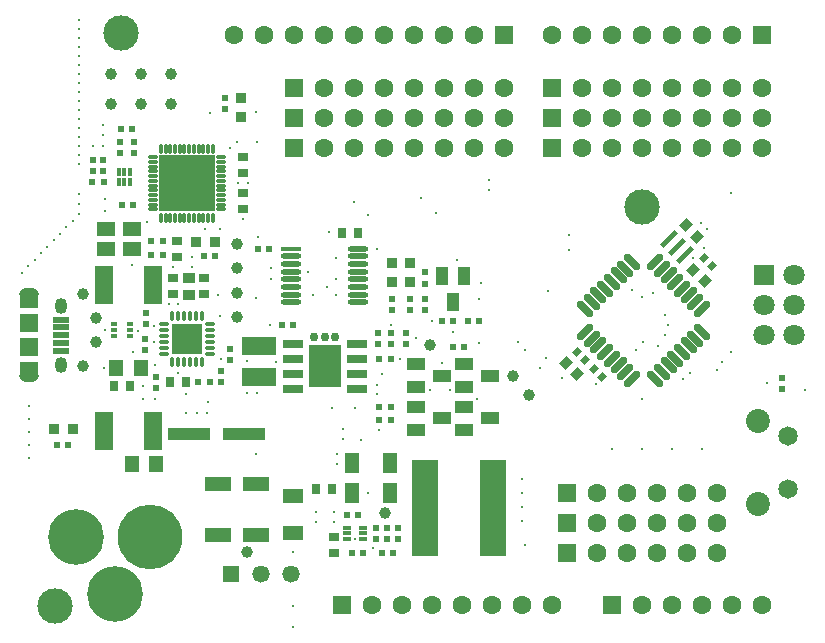
<source format=gts>
G04 Layer_Color=8388736*
%FSLAX44Y44*%
%MOMM*%
G71*
G01*
G75*
%ADD99R,0.6000X0.5500*%
%ADD100R,0.5500X0.6000*%
%ADD101R,1.3000X1.7000*%
%ADD102R,1.7000X1.3000*%
%ADD103R,0.9000X0.7500*%
%ADD104C,3.0000*%
G04:AMPARAMS|DCode=105|XSize=0.75mm|YSize=0.9mm|CornerRadius=0mm|HoleSize=0mm|Usage=FLASHONLY|Rotation=135.000|XOffset=0mm|YOffset=0mm|HoleType=Round|Shape=Rectangle|*
%AMROTATEDRECTD105*
4,1,4,0.5834,0.0530,-0.0530,-0.5834,-0.5834,-0.0530,0.0530,0.5834,0.5834,0.0530,0.0*
%
%ADD105ROTATEDRECTD105*%

G04:AMPARAMS|DCode=106|XSize=0.55mm|YSize=0.6mm|CornerRadius=0mm|HoleSize=0mm|Usage=FLASHONLY|Rotation=135.000|XOffset=0mm|YOffset=0mm|HoleType=Round|Shape=Rectangle|*
%AMROTATEDRECTD106*
4,1,4,0.4066,0.0177,-0.0177,-0.4066,-0.4066,-0.0177,0.0177,0.4066,0.4066,0.0177,0.0*
%
%ADD106ROTATEDRECTD106*%

%ADD107R,0.7500X0.9000*%
%ADD108R,1.1000X1.5000*%
%ADD109R,0.9000X0.9000*%
%ADD110R,1.5000X1.1000*%
%ADD111R,1.6000X3.3000*%
%ADD112R,0.9000X0.9000*%
%ADD113R,2.2000X1.3000*%
%ADD114R,1.5000X1.3000*%
%ADD115R,0.3500X0.6500*%
%ADD116R,1.2000X1.3500*%
%ADD117R,2.9000X1.5000*%
%ADD118R,3.6000X1.1000*%
%ADD119R,1.0000X0.9000*%
%ADD120R,4.7200X4.7200*%
%ADD121O,0.3200X0.9700*%
%ADD122O,0.9700X0.3200*%
%ADD123R,2.6500X2.6500*%
%ADD124O,0.3500X0.9000*%
%ADD125O,0.9000X0.3500*%
G04:AMPARAMS|DCode=126|XSize=0.4mm|YSize=1.7mm|CornerRadius=0mm|HoleSize=0mm|Usage=FLASHONLY|Rotation=315.000|XOffset=0mm|YOffset=0mm|HoleType=Round|Shape=Rectangle|*
%AMROTATEDRECTD126*
4,1,4,-0.7425,-0.4596,0.4596,0.7425,0.7425,0.4596,-0.4596,-0.7425,-0.7425,-0.4596,0.0*
%
%ADD126ROTATEDRECTD126*%

%ADD127R,2.7200X3.6100*%
%ADD128R,1.7000X0.7100*%
%ADD129R,0.6000X0.4000*%
%ADD130R,0.7000X0.4000*%
%ADD131R,2.3000X8.1000*%
G04:AMPARAMS|DCode=132|XSize=0.65mm|YSize=1.75mm|CornerRadius=0mm|HoleSize=0mm|Usage=FLASHONLY|Rotation=315.000|XOffset=0mm|YOffset=0mm|HoleType=Round|Shape=Round|*
%AMOVALD132*
21,1,1.1000,0.6500,0.0000,0.0000,45.0*
1,1,0.6500,-0.3889,-0.3889*
1,1,0.6500,0.3889,0.3889*
%
%ADD132OVALD132*%

G04:AMPARAMS|DCode=133|XSize=0.65mm|YSize=1.75mm|CornerRadius=0mm|HoleSize=0mm|Usage=FLASHONLY|Rotation=225.000|XOffset=0mm|YOffset=0mm|HoleType=Round|Shape=Round|*
%AMOVALD133*
21,1,1.1000,0.6500,0.0000,0.0000,315.0*
1,1,0.6500,-0.3889,0.3889*
1,1,0.6500,0.3889,-0.3889*
%
%ADD133OVALD133*%

%ADD134O,1.8000X0.4500*%
%ADD135R,1.8000X0.4500*%
%ADD136R,1.4500X0.5000*%
%ADD137R,1.6500X1.3000*%
%ADD138R,1.6500X1.6000*%
%ADD139C,0.1000*%
%ADD140C,0.9800*%
%ADD141C,1.6000*%
%ADD142R,1.6000X1.6000*%
%ADD143C,1.8000*%
%ADD144R,1.8000X1.8000*%
%ADD145C,4.7200*%
%ADD146C,5.4800*%
%ADD147C,1.4700*%
%ADD148R,1.4700X1.4700*%
%ADD149C,1.6400*%
%ADD150C,2.0300*%
%ADD151O,1.6500X1.0000*%
%ADD152O,1.0500X1.3500*%
%ADD153C,0.2000*%
%ADD154C,0.3000*%
%ADD155C,0.6500*%
%ADD156C,0.7500*%
D99*
X349843Y297750D02*
D03*
Y307250D02*
D03*
X308006Y91193D02*
D03*
Y81693D02*
D03*
X77000Y402500D02*
D03*
Y393000D02*
D03*
X103000Y408500D02*
D03*
Y418000D02*
D03*
X121750Y218750D02*
D03*
Y209250D02*
D03*
X113000Y263250D02*
D03*
Y272750D02*
D03*
X112250Y251250D02*
D03*
Y241750D02*
D03*
X349843Y285000D02*
D03*
Y275500D02*
D03*
X180250Y455250D02*
D03*
Y445750D02*
D03*
X321305Y285000D02*
D03*
Y275500D02*
D03*
X336500Y285000D02*
D03*
Y275500D02*
D03*
X317142Y81693D02*
D03*
Y91193D02*
D03*
X651750Y218250D02*
D03*
Y208750D02*
D03*
X91000Y408500D02*
D03*
Y418000D02*
D03*
X68000Y393000D02*
D03*
Y402500D02*
D03*
X309250Y246750D02*
D03*
Y256250D02*
D03*
X321000D02*
D03*
Y246750D02*
D03*
X333000Y256250D02*
D03*
Y246750D02*
D03*
X184700Y242550D02*
D03*
Y233050D02*
D03*
X326278Y81693D02*
D03*
Y91193D02*
D03*
X177100Y214300D02*
D03*
Y223800D02*
D03*
D100*
X373357Y266500D02*
D03*
X363857D02*
D03*
X38033Y161178D02*
D03*
X47533D02*
D03*
X322426Y70083D02*
D03*
X312926D02*
D03*
X127250Y333750D02*
D03*
X117750D02*
D03*
X167000Y214300D02*
D03*
X157500D02*
D03*
X385464Y266500D02*
D03*
X394964D02*
D03*
X320250Y182000D02*
D03*
X310750D02*
D03*
X102250Y364750D02*
D03*
X92750D02*
D03*
X127250Y321750D02*
D03*
X117750D02*
D03*
X287250Y69750D02*
D03*
X296750D02*
D03*
X283250Y102250D02*
D03*
X292750D02*
D03*
X208250Y327500D02*
D03*
X217750D02*
D03*
X310750Y193500D02*
D03*
X320250D02*
D03*
X162250Y321000D02*
D03*
X171750D02*
D03*
X101750Y428750D02*
D03*
X92250D02*
D03*
X67750Y384000D02*
D03*
X77250D02*
D03*
X310750Y234100D02*
D03*
X320250D02*
D03*
X228050Y262400D02*
D03*
X237550D02*
D03*
X382750Y243900D02*
D03*
X373250D02*
D03*
D101*
X319500Y146250D02*
D03*
X287500D02*
D03*
X319500Y120191D02*
D03*
X287500D02*
D03*
D102*
X237400Y118300D02*
D03*
Y86300D02*
D03*
D103*
X272500Y83500D02*
D03*
Y70000D02*
D03*
X136250Y302250D02*
D03*
Y288750D02*
D03*
X139500Y333500D02*
D03*
Y320000D02*
D03*
X195250Y405000D02*
D03*
Y391500D02*
D03*
X162250Y288750D02*
D03*
Y302250D02*
D03*
X195250Y361000D02*
D03*
Y374500D02*
D03*
D104*
X533500Y363000D02*
D03*
X36000Y25250D02*
D03*
X92250Y510000D02*
D03*
D105*
X468977Y230523D02*
D03*
X478523Y220977D02*
D03*
X586091Y299805D02*
D03*
X576545Y309351D02*
D03*
X570477Y347023D02*
D03*
X580023Y337477D02*
D03*
D106*
X478391Y239609D02*
D03*
X485109Y232891D02*
D03*
X592359Y312391D02*
D03*
X585641Y319109D02*
D03*
X492891Y225109D02*
D03*
X499609Y218391D02*
D03*
D107*
X133750Y214300D02*
D03*
X147250D02*
D03*
X293000Y341000D02*
D03*
X279500D02*
D03*
X86250Y211000D02*
D03*
X99750D02*
D03*
X271000Y124000D02*
D03*
X257500D02*
D03*
D108*
X373357Y282098D02*
D03*
X363857Y304098D02*
D03*
X382857D02*
D03*
D109*
X193750Y455250D02*
D03*
Y439250D02*
D03*
X321305Y315390D02*
D03*
Y299390D02*
D03*
X336545Y315390D02*
D03*
Y299390D02*
D03*
D110*
X382750Y193250D02*
D03*
Y174250D02*
D03*
X404750Y183750D02*
D03*
X382750Y229500D02*
D03*
Y210500D02*
D03*
X404750Y220000D02*
D03*
X341500Y229500D02*
D03*
Y210500D02*
D03*
X363500Y220000D02*
D03*
Y183750D02*
D03*
X341500Y174250D02*
D03*
Y193250D02*
D03*
D111*
X119250Y296500D02*
D03*
X77250D02*
D03*
Y172800D02*
D03*
X119250D02*
D03*
D112*
X155750Y332750D02*
D03*
X171750D02*
D03*
X51324Y174485D02*
D03*
X35324D02*
D03*
D113*
X206400Y128550D02*
D03*
Y84550D02*
D03*
X174150Y128550D02*
D03*
Y84550D02*
D03*
D114*
X101000Y327250D02*
D03*
X79000D02*
D03*
Y344250D02*
D03*
X101000D02*
D03*
D115*
X90000Y392250D02*
D03*
X95000D02*
D03*
X100000D02*
D03*
Y383750D02*
D03*
X95000D02*
D03*
X90000D02*
D03*
D116*
X109000Y226750D02*
D03*
X88000D02*
D03*
X101000Y145200D02*
D03*
X122000D02*
D03*
D117*
X208832Y218827D02*
D03*
Y244827D02*
D03*
D118*
X195800Y170800D02*
D03*
X149800D02*
D03*
D119*
X149250Y288500D02*
D03*
Y302500D02*
D03*
D120*
X147750Y382750D02*
D03*
D121*
X169750Y353750D02*
D03*
X165750D02*
D03*
X161750D02*
D03*
X157750D02*
D03*
X153750D02*
D03*
X149750D02*
D03*
X145750D02*
D03*
X141750D02*
D03*
X137750D02*
D03*
X133750D02*
D03*
X129750D02*
D03*
X125750D02*
D03*
Y411750D02*
D03*
X129750D02*
D03*
X133750D02*
D03*
X137750D02*
D03*
X141750D02*
D03*
X145750D02*
D03*
X149750D02*
D03*
X153750D02*
D03*
X157750D02*
D03*
X161750D02*
D03*
X165750D02*
D03*
X169750D02*
D03*
D122*
X118750Y360750D02*
D03*
Y364750D02*
D03*
Y368750D02*
D03*
Y372750D02*
D03*
Y376750D02*
D03*
Y380750D02*
D03*
Y384750D02*
D03*
Y388750D02*
D03*
Y392750D02*
D03*
Y396750D02*
D03*
Y400750D02*
D03*
Y404750D02*
D03*
X176750D02*
D03*
Y400750D02*
D03*
Y396750D02*
D03*
Y392750D02*
D03*
Y388750D02*
D03*
Y384750D02*
D03*
Y380750D02*
D03*
Y376750D02*
D03*
Y372750D02*
D03*
Y368750D02*
D03*
Y364750D02*
D03*
Y360750D02*
D03*
D123*
X147750Y251000D02*
D03*
D124*
X135250Y270500D02*
D03*
X140250D02*
D03*
X145250D02*
D03*
X150250D02*
D03*
X155250D02*
D03*
X160250D02*
D03*
Y231500D02*
D03*
X155250D02*
D03*
X150250D02*
D03*
X145250D02*
D03*
X140250D02*
D03*
X135250D02*
D03*
D125*
X167250Y263500D02*
D03*
Y258500D02*
D03*
Y253500D02*
D03*
Y248500D02*
D03*
Y243500D02*
D03*
Y238500D02*
D03*
X128250D02*
D03*
Y243500D02*
D03*
Y248500D02*
D03*
Y253500D02*
D03*
Y258500D02*
D03*
Y263500D02*
D03*
D126*
X555783Y335718D02*
D03*
X569217Y322282D02*
D03*
X562500Y329000D02*
D03*
D127*
X264530Y227750D02*
D03*
D128*
X291530Y208700D02*
D03*
Y221400D02*
D03*
Y234100D02*
D03*
Y246800D02*
D03*
X237530Y208700D02*
D03*
Y221400D02*
D03*
Y234100D02*
D03*
Y246800D02*
D03*
D129*
X85750Y253500D02*
D03*
Y258500D02*
D03*
Y263500D02*
D03*
X99750D02*
D03*
Y258500D02*
D03*
Y253500D02*
D03*
D130*
X297000Y91250D02*
D03*
Y86250D02*
D03*
Y81250D02*
D03*
X283000D02*
D03*
Y86250D02*
D03*
Y91250D02*
D03*
D131*
X406700Y107800D02*
D03*
X349700D02*
D03*
D132*
X583976Y276661D02*
D03*
X578319Y282318D02*
D03*
X572663Y287975D02*
D03*
X567006Y293632D02*
D03*
X561349Y299289D02*
D03*
X555692Y304945D02*
D03*
X550035Y310602D02*
D03*
X544378Y316259D02*
D03*
X484981Y256862D02*
D03*
X490638Y251205D02*
D03*
X496295Y245548D02*
D03*
X501952Y239891D02*
D03*
X507609Y234235D02*
D03*
X513266Y228578D02*
D03*
X518922Y222921D02*
D03*
X524579Y217264D02*
D03*
D133*
Y316259D02*
D03*
X518922Y310602D02*
D03*
X513266Y304945D02*
D03*
X507609Y299289D02*
D03*
X501952Y293632D02*
D03*
X496295Y287975D02*
D03*
X490638Y282318D02*
D03*
X484981Y276661D02*
D03*
X544378Y217264D02*
D03*
X550035Y222921D02*
D03*
X555692Y228578D02*
D03*
X561349Y234235D02*
D03*
X567006Y239891D02*
D03*
X572663Y245548D02*
D03*
X578319Y251205D02*
D03*
X583976Y256862D02*
D03*
D134*
X293000Y282000D02*
D03*
Y288500D02*
D03*
Y295000D02*
D03*
Y301500D02*
D03*
Y308000D02*
D03*
Y314500D02*
D03*
Y321000D02*
D03*
Y327500D02*
D03*
X236000Y282000D02*
D03*
Y288500D02*
D03*
Y295000D02*
D03*
Y301500D02*
D03*
Y308000D02*
D03*
Y314500D02*
D03*
Y321000D02*
D03*
D135*
Y327500D02*
D03*
D136*
X41500Y241170D02*
D03*
Y247670D02*
D03*
Y254170D02*
D03*
Y260670D02*
D03*
Y267170D02*
D03*
D137*
X14500Y225170D02*
D03*
Y283170D02*
D03*
D138*
Y244170D02*
D03*
Y264170D02*
D03*
D139*
X242900Y366700D02*
D03*
X442900D02*
D03*
Y166700D02*
D03*
X242900D02*
D03*
X152400Y508000D02*
D03*
X660400Y355600D02*
D03*
Y76200D02*
D03*
X139700Y25400D02*
D03*
D140*
X315900Y103500D02*
D03*
X423800Y220000D02*
D03*
X437267Y203893D02*
D03*
X190250Y331250D02*
D03*
X59750Y227750D02*
D03*
X71250Y248250D02*
D03*
Y268750D02*
D03*
X59750Y289250D02*
D03*
X190250Y290250D02*
D03*
Y310750D02*
D03*
X198750Y71000D02*
D03*
X190250Y269750D02*
D03*
X134550Y449850D02*
D03*
X109150D02*
D03*
X134550Y475250D02*
D03*
X109150D02*
D03*
X83750D02*
D03*
X83750Y449850D02*
D03*
X353945Y245746D02*
D03*
D141*
X635000Y412750D02*
D03*
X558800D02*
D03*
X584200D02*
D03*
X609600D02*
D03*
X533400D02*
D03*
X508000D02*
D03*
X482600D02*
D03*
X635000Y438150D02*
D03*
X558800D02*
D03*
X584200D02*
D03*
X609600D02*
D03*
X533400D02*
D03*
X508000D02*
D03*
X482600D02*
D03*
X609600Y508000D02*
D03*
X584200D02*
D03*
X558800D02*
D03*
X533400D02*
D03*
X508000D02*
D03*
X457200D02*
D03*
X482600D02*
D03*
X596900Y95250D02*
D03*
X571500D02*
D03*
X546100D02*
D03*
X520700D02*
D03*
X495300D02*
D03*
X596900Y69850D02*
D03*
X571500D02*
D03*
X546100D02*
D03*
X520700D02*
D03*
X495300D02*
D03*
X264160Y438150D02*
D03*
X289560D02*
D03*
X314960D02*
D03*
X391160D02*
D03*
X365760D02*
D03*
X340360D02*
D03*
X416560D02*
D03*
X264160Y412750D02*
D03*
X289560D02*
D03*
X314960D02*
D03*
X391160D02*
D03*
X365760D02*
D03*
X340360D02*
D03*
X416560D02*
D03*
X391160Y508000D02*
D03*
X365760D02*
D03*
X340360D02*
D03*
X314960D02*
D03*
X289560D02*
D03*
X238760D02*
D03*
X264160D02*
D03*
X213360D02*
D03*
X187960D02*
D03*
X596900Y120650D02*
D03*
X571500D02*
D03*
X546100D02*
D03*
X520700D02*
D03*
X495300D02*
D03*
X533400Y25400D02*
D03*
X558800D02*
D03*
X584200D02*
D03*
X609600D02*
D03*
X635000D02*
D03*
Y463550D02*
D03*
X558800D02*
D03*
X584200D02*
D03*
X609600D02*
D03*
X533400D02*
D03*
X508000D02*
D03*
X482600D02*
D03*
X416560D02*
D03*
X340360D02*
D03*
X365760D02*
D03*
X391160D02*
D03*
X314960D02*
D03*
X289560D02*
D03*
X264160D02*
D03*
X304800Y25400D02*
D03*
X330200D02*
D03*
X355600D02*
D03*
X381000D02*
D03*
X406400D02*
D03*
X457200D02*
D03*
X431800D02*
D03*
D142*
X457200Y412750D02*
D03*
Y438150D02*
D03*
X635000Y508000D02*
D03*
X469900Y95250D02*
D03*
Y69850D02*
D03*
X238760Y438150D02*
D03*
Y412750D02*
D03*
X416560Y508000D02*
D03*
X469900Y120650D02*
D03*
X508000Y25400D02*
D03*
X457200Y463550D02*
D03*
X238760D02*
D03*
X279400Y25400D02*
D03*
D143*
X636270Y254000D02*
D03*
Y279400D02*
D03*
X661670Y304800D02*
D03*
Y279400D02*
D03*
Y254000D02*
D03*
D144*
X636270Y304800D02*
D03*
D145*
X86840Y35060D02*
D03*
X54340Y83060D02*
D03*
D146*
X116840D02*
D03*
D147*
X236300Y52000D02*
D03*
X210900D02*
D03*
D148*
X185500D02*
D03*
D149*
X656590Y168910D02*
D03*
Y123910D02*
D03*
D150*
X631590Y181410D02*
D03*
Y111410D02*
D03*
D151*
X14500Y219170D02*
D03*
Y289170D02*
D03*
D152*
X41500Y229170D02*
D03*
Y279170D02*
D03*
D153*
X198600Y232200D02*
D03*
X207400Y205200D02*
D03*
X198600D02*
D03*
X217800Y262400D02*
D03*
X393750Y200500D02*
D03*
X321061Y262553D02*
D03*
X313042Y221400D02*
D03*
X471700Y338700D02*
D03*
X13460Y312500D02*
D03*
X309000Y204250D02*
D03*
Y212000D02*
D03*
X280250Y166250D02*
D03*
Y175083D02*
D03*
X290000Y192750D02*
D03*
X270750D02*
D03*
X295250Y165000D02*
D03*
X274000Y288500D02*
D03*
Y301500D02*
D03*
X266250Y295000D02*
D03*
X272500Y104750D02*
D03*
X78753Y258763D02*
D03*
X195250Y352250D02*
D03*
X190250Y418000D02*
D03*
X184500Y412250D02*
D03*
X120000Y261750D02*
D03*
Y248500D02*
D03*
X120750Y228750D02*
D03*
X596250Y224250D02*
D03*
X639353Y213250D02*
D03*
X555106Y263106D02*
D03*
X525000Y292750D02*
D03*
X532750Y286750D02*
D03*
X542750Y289500D02*
D03*
X552814Y254083D02*
D03*
X174000Y288500D02*
D03*
X534250Y248750D02*
D03*
X528500Y242000D02*
D03*
X428500Y248500D02*
D03*
X446500Y226750D02*
D03*
X359000Y357500D02*
D03*
X346000Y370250D02*
D03*
X452250Y234750D02*
D03*
X289250Y366500D02*
D03*
X567500Y216770D02*
D03*
X573834Y221750D02*
D03*
X552636Y271000D02*
D03*
X207500Y418000D02*
D03*
X434500Y242000D02*
D03*
X453750Y291250D02*
D03*
X206000Y443000D02*
D03*
X113750Y350250D02*
D03*
X110500Y199750D02*
D03*
X533500Y200000D02*
D03*
X546750Y244750D02*
D03*
X671000Y207500D02*
D03*
X77000Y423240D02*
D03*
X167000Y442000D02*
D03*
X268500Y341250D02*
D03*
X274000Y319750D02*
D03*
X78800Y358900D02*
D03*
X110500Y211000D02*
D03*
X101000Y313400D02*
D03*
X208250Y337250D02*
D03*
X56500Y398990D02*
D03*
Y406610D02*
D03*
Y414230D02*
D03*
Y421850D02*
D03*
Y429470D02*
D03*
Y437090D02*
D03*
Y444710D02*
D03*
Y452330D02*
D03*
Y459950D02*
D03*
Y467570D02*
D03*
Y475190D02*
D03*
Y482810D02*
D03*
Y490430D02*
D03*
Y498050D02*
D03*
Y505670D02*
D03*
Y513290D02*
D03*
Y520910D02*
D03*
X471700Y326400D02*
D03*
X533400Y158000D02*
D03*
X558800D02*
D03*
X584200D02*
D03*
X465500Y217750D02*
D03*
X51120Y351000D02*
D03*
X45740Y345500D02*
D03*
X40360Y340000D02*
D03*
X34980Y334500D02*
D03*
X29600Y329000D02*
D03*
X24220Y323500D02*
D03*
X18840Y318000D02*
D03*
X8080Y307000D02*
D03*
X120750Y199750D02*
D03*
X508000Y158000D02*
D03*
X77000Y432250D02*
D03*
X494250Y213032D02*
D03*
X68250Y414230D02*
D03*
X14100Y172025D02*
D03*
Y182962D02*
D03*
X102000Y240200D02*
D03*
X147250Y204656D02*
D03*
X151750Y311750D02*
D03*
X136250D02*
D03*
X403750Y376750D02*
D03*
Y385750D02*
D03*
X275000Y145500D02*
D03*
X152000Y320750D02*
D03*
X275000Y153250D02*
D03*
X376250Y317500D02*
D03*
X431250Y120500D02*
D03*
Y108750D02*
D03*
Y97000D02*
D03*
Y132250D02*
D03*
X77000Y414230D02*
D03*
X14100Y193900D02*
D03*
X363500Y230250D02*
D03*
X370750Y207750D02*
D03*
X300750Y355750D02*
D03*
X373357Y256750D02*
D03*
X254250Y288500D02*
D03*
X300750Y120191D02*
D03*
X310750Y173500D02*
D03*
X106750Y258000D02*
D03*
X77500Y226750D02*
D03*
X250250Y308000D02*
D03*
X218750Y301500D02*
D03*
X176203Y270016D02*
D03*
X308750Y327500D02*
D03*
X218750Y311250D02*
D03*
X206750Y285750D02*
D03*
X272500Y96000D02*
D03*
X256750Y104750D02*
D03*
Y96000D02*
D03*
X237750Y7500D02*
D03*
Y24500D02*
D03*
X355267Y266500D02*
D03*
X354000Y207750D02*
D03*
X434113Y76363D02*
D03*
X78600Y369700D02*
D03*
X140250Y280250D02*
D03*
X133000D02*
D03*
X162900Y343800D02*
D03*
X176000D02*
D03*
X14100Y161087D02*
D03*
Y150150D02*
D03*
X341800Y251600D02*
D03*
X328600Y234100D02*
D03*
X147500Y188500D02*
D03*
X156200D02*
D03*
X223500Y231300D02*
D03*
X56500Y356500D02*
D03*
X164900Y188500D02*
D03*
X576500Y319750D02*
D03*
X586000Y327750D02*
D03*
X588600Y343800D02*
D03*
X608300Y374900D02*
D03*
X582700Y349300D02*
D03*
X165800Y198000D02*
D03*
X394964Y247942D02*
D03*
Y285161D02*
D03*
X397112Y298488D02*
D03*
X191500Y383000D02*
D03*
X199250Y383000D02*
D03*
X56500Y364980D02*
D03*
Y373979D02*
D03*
X608750Y240000D02*
D03*
X600665Y231165D02*
D03*
X206400Y153650D02*
D03*
X237400Y71000D02*
D03*
X140250Y222403D02*
D03*
X177100Y233600D02*
D03*
D154*
X305000Y73750D02*
D03*
X289750Y81250D02*
D03*
D155*
X154125Y257375D02*
D03*
X141375Y244625D02*
D03*
X154125Y244625D02*
D03*
X141375Y257375D02*
D03*
D156*
X264530Y213750D02*
D03*
Y241750D02*
D03*
X273530Y227750D02*
D03*
X255530D02*
D03*
Y213750D02*
D03*
X273530D02*
D03*
Y241750D02*
D03*
X255530D02*
D03*
X264530Y252750D02*
D03*
X273530D02*
D03*
X255530D02*
D03*
X131250Y399250D02*
D03*
X142250D02*
D03*
X153250D02*
D03*
X164250D02*
D03*
X131250Y388250D02*
D03*
X142250D02*
D03*
X153250D02*
D03*
X164250D02*
D03*
X131250Y377250D02*
D03*
X142250D02*
D03*
X153250D02*
D03*
X164250D02*
D03*
X131250Y366250D02*
D03*
X142250D02*
D03*
X153250D02*
D03*
X164250D02*
D03*
X264530Y227750D02*
D03*
M02*

</source>
